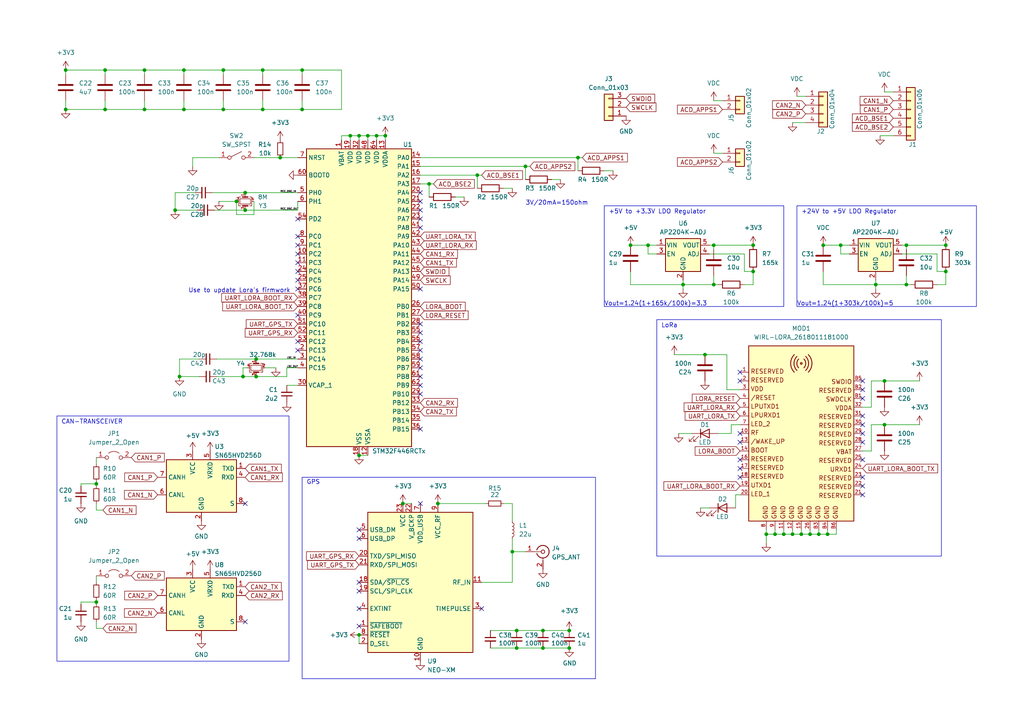
<source format=kicad_sch>
(kicad_sch (version 20230121) (generator eeschema)
  (paper "A4")
  (title_block (title "Control Board") (date "2025-05-23") (company "Formula Racing") (comment 1 "NCKU"))
  (junction (at 187.96 71.12))
  (junction (at 116.84 146.05))
  (junction (at 87.63 20.32))
  (junction (at 81.28 45.72))
  (junction (at 30.48 20.32))
  (junction (at 127 146.05))
  (junction (at 124.46 53.34))
  (junction (at 274.32 71.12))
  (junction (at 224.79 154.94))
  (junction (at 68.58 58.42))
  (junction (at 27.94 140.335))
  (junction (at 19.05 20.32))
  (junction (at 182.88 71.12))
  (junction (at 240.03 154.94))
  (junction (at 104.14 184.15))
  (junction (at 218.44 71.12))
  (junction (at 229.87 154.94))
  (junction (at 106.68 39.37))
  (junction (at 104.14 39.37))
  (junction (at 53.34 20.32))
  (junction (at 234.95 154.94))
  (junction (at 70.485 109.22))
  (junction (at 218.44 78.74))
  (junction (at 111.76 39.37))
  (junction (at 138.43 50.8))
  (junction (at 74.295 109.22))
  (junction (at 53.34 31.75))
  (junction (at 232.41 154.94))
  (junction (at 41.91 20.32))
  (junction (at 274.32 78.74))
  (junction (at 256.54 123.19))
  (junction (at 87.63 31.75))
  (junction (at 207.01 82.55))
  (junction (at 227.33 154.94))
  (junction (at 148.59 160.02))
  (junction (at 157.48 182.88))
  (junction (at 262.89 71.12))
  (junction (at 64.77 20.32))
  (junction (at 41.91 31.75))
  (junction (at 198.12 82.55))
  (junction (at 64.77 31.75))
  (junction (at 27.94 174.625))
  (junction (at 157.48 187.96))
  (junction (at 101.6 39.37))
  (junction (at 76.2 31.75))
  (junction (at 243.84 71.12))
  (junction (at 74.295 104.14))
  (junction (at 50.8 60.96))
  (junction (at 152.4 48.26))
  (junction (at 52.07 109.22))
  (junction (at 30.48 31.75))
  (junction (at 149.86 187.96))
  (junction (at 237.49 154.94))
  (junction (at 262.89 82.55))
  (junction (at 222.25 154.94))
  (junction (at 238.76 71.12))
  (junction (at 71.12 55.88))
  (junction (at 207.01 71.12))
  (junction (at 19.05 31.75))
  (junction (at 165.1 182.88))
  (junction (at 256.54 110.49))
  (junction (at 71.12 60.96))
  (junction (at 109.22 39.37))
  (junction (at 165.1 187.96))
  (junction (at 204.47 102.87))
  (junction (at 76.2 20.32))
  (junction (at 149.86 182.88))
  (junction (at 104.14 132.08))
  (junction (at 167.64 45.72))
  (junction (at 254 82.55))
  (no_connect (at 214.63 128.27))
  (no_connect (at 250.19 133.35))
  (no_connect (at 86.36 81.28))
  (no_connect (at 214.63 135.89))
  (no_connect (at 250.19 143.51))
  (no_connect (at 121.92 63.5))
  (no_connect (at 86.36 76.2))
  (no_connect (at 86.36 68.58))
  (no_connect (at 121.92 99.06))
  (no_connect (at 86.36 78.74))
  (no_connect (at 121.92 124.46))
  (no_connect (at 214.63 133.35))
  (no_connect (at 121.92 96.52))
  (no_connect (at 104.14 176.53))
  (no_connect (at 121.92 104.14))
  (no_connect (at 214.63 110.49))
  (no_connect (at 214.63 125.73))
  (no_connect (at 214.63 107.95))
  (no_connect (at 86.36 101.6))
  (no_connect (at 86.36 91.44))
  (no_connect (at 86.36 71.12))
  (no_connect (at 250.19 110.49))
  (no_connect (at 121.92 55.88))
  (no_connect (at 250.19 125.73))
  (no_connect (at 86.36 63.5))
  (no_connect (at 214.63 138.43))
  (no_connect (at 86.36 73.66))
  (no_connect (at 104.14 156.21))
  (no_connect (at 250.19 123.19))
  (no_connect (at 71.12 146.05))
  (no_connect (at 121.92 111.76))
  (no_connect (at 104.14 171.45))
  (no_connect (at 139.7 176.53))
  (no_connect (at 250.19 140.97))
  (no_connect (at 121.92 106.68))
  (no_connect (at 86.36 99.06))
  (no_connect (at 121.92 60.96))
  (no_connect (at 250.19 113.03))
  (no_connect (at 71.12 180.34))
  (no_connect (at 250.19 138.43))
  (no_connect (at 121.92 109.22))
  (no_connect (at 250.19 120.65))
  (no_connect (at 250.19 128.27))
  (no_connect (at 250.19 115.57))
  (no_connect (at 104.14 168.91))
  (no_connect (at 121.92 101.6))
  (no_connect (at 121.92 83.82))
  (no_connect (at 121.92 66.04))
  (no_connect (at 121.92 114.3))
  (no_connect (at 121.92 93.98))
  (no_connect (at 104.14 153.67))
  (no_connect (at 121.92 58.42))
  (no_connect (at 86.36 83.82))
  (no_connect (at 121.92 146.05))
  (no_connect (at 104.14 181.61))
  (wire (pts (xy 252.73 118.11) (xy 250.19 118.11)))
  (wire (pts (xy 101.6 39.37) (xy 104.14 39.37)))
  (wire (pts (xy 224.79 154.94) (xy 227.33 154.94)))
  (wire (pts (xy 29.845 147.955) (xy 27.94 147.955)))
  (wire (pts (xy 53.34 20.32) (xy 53.34 21.59)))
  (wire (pts (xy 262.89 71.12) (xy 262.89 72.39)))
  (wire (pts (xy 205.74 71.12) (xy 207.01 71.12)))
  (wire (pts (xy 30.48 31.75) (xy 41.91 31.75)))
  (wire (pts (xy 162.56 52.07) (xy 160.02 52.07)))
  (wire (pts (xy 240.03 153.67) (xy 240.03 154.94)))
  (wire (pts (xy 182.88 82.55) (xy 198.12 82.55)))
  (wire (pts (xy 53.34 20.32) (xy 41.91 20.32)))
  (wire (pts (xy 52.07 104.14) (xy 57.785 104.14)))
  (wire (pts (xy 19.05 31.75) (xy 30.48 31.75)))
  (wire (pts (xy 227.33 154.94) (xy 229.87 154.94)))
  (wire (pts (xy 73.66 45.72) (xy 81.28 45.72)))
  (wire (pts (xy 74.295 104.14) (xy 86.36 104.14)))
  (wire (pts (xy 255.27 39.37) (xy 259.08 39.37)))
  (wire (pts (xy 243.84 71.12) (xy 246.38 71.12)))
  (wire (pts (xy 121.92 45.72) (xy 167.64 45.72)))
  (wire (pts (xy 222.25 154.94) (xy 222.25 157.48)))
  (wire (pts (xy 266.7 123.19) (xy 256.54 123.19)))
  (wire (pts (xy 76.2 20.32) (xy 64.77 20.32)))
  (wire (pts (xy 104.14 184.15) (xy 104.14 186.69)))
  (wire (pts (xy 148.59 54.61) (xy 146.05 54.61)))
  (wire (pts (xy 215.9 82.55) (xy 218.44 82.55)))
  (wire (pts (xy 167.64 45.72) (xy 168.91 45.72)))
  (wire (pts (xy 207.01 82.55) (xy 208.28 82.55)))
  (wire (pts (xy 229.87 35.56) (xy 233.68 35.56)))
  (wire (pts (xy 19.05 20.32) (xy 30.48 20.32)))
  (wire (pts (xy 70.485 109.22) (xy 74.295 109.22)))
  (wire (pts (xy 229.87 153.67) (xy 229.87 154.94)))
  (wire (pts (xy 237.49 154.94) (xy 240.03 154.94)))
  (wire (pts (xy 27.94 139.7) (xy 27.94 140.335)))
  (wire (pts (xy 23.495 174.625) (xy 23.495 175.26)))
  (wire (pts (xy 71.12 60.96) (xy 86.36 60.96)))
  (wire (pts (xy 243.84 73.66) (xy 246.38 73.66)))
  (wire (pts (xy 55.88 45.72) (xy 63.5 45.72)))
  (wire (pts (xy 234.95 154.94) (xy 237.49 154.94)))
  (wire (pts (xy 271.78 78.74) (xy 274.32 78.74)))
  (wire (pts (xy 62.23 60.96) (xy 71.12 60.96)))
  (wire (pts (xy 87.63 31.75) (xy 87.63 29.21)))
  (wire (pts (xy 212.09 123.19) (xy 214.63 123.19)))
  (wire (pts (xy 124.46 53.34) (xy 121.92 53.34)))
  (wire (pts (xy 74.295 109.22) (xy 83.185 109.22)))
  (wire (pts (xy 232.41 153.67) (xy 232.41 154.94)))
  (wire (pts (xy 215.9 78.74) (xy 218.44 78.74)))
  (wire (pts (xy 27.94 140.335) (xy 27.94 140.97)))
  (wire (pts (xy 73.66 62.23) (xy 68.58 62.23)))
  (wire (pts (xy 109.22 39.37) (xy 109.22 40.64)))
  (wire (pts (xy 262.89 80.01) (xy 262.89 82.55)))
  (wire (pts (xy 222.25 154.94) (xy 224.79 154.94)))
  (wire (pts (xy 64.77 31.75) (xy 76.2 31.75)))
  (wire (pts (xy 266.7 110.49) (xy 256.54 110.49)))
  (wire (pts (xy 106.68 39.37) (xy 106.68 40.64)))
  (wire (pts (xy 262.89 71.12) (xy 274.32 71.12)))
  (wire (pts (xy 52.07 109.22) (xy 57.785 109.22)))
  (wire (pts (xy 142.24 187.96) (xy 149.86 187.96)))
  (wire (pts (xy 207.01 29.21) (xy 209.55 29.21)))
  (wire (pts (xy 124.46 57.15) (xy 124.46 53.34)))
  (wire (pts (xy 152.4 48.26) (xy 153.67 48.26)))
  (wire (pts (xy 27.94 167.005) (xy 27.94 168.91)))
  (wire (pts (xy 81.28 45.72) (xy 86.36 45.72)))
  (wire (pts (xy 238.76 78.74) (xy 238.76 82.55)))
  (wire (pts (xy 104.14 132.08) (xy 106.68 132.08)))
  (wire (pts (xy 116.84 146.05) (xy 119.38 146.05)))
  (wire (pts (xy 61.595 55.88) (xy 71.12 55.88)))
  (wire (pts (xy 218.44 78.74) (xy 218.44 82.55)))
  (wire (pts (xy 148.59 168.91) (xy 148.59 160.02)))
  (wire (pts (xy 50.8 60.96) (xy 57.15 60.96)))
  (wire (pts (xy 187.96 71.12) (xy 190.5 71.12)))
  (wire (pts (xy 213.36 147.32) (xy 213.36 143.51)))
  (wire (pts (xy 138.43 50.8) (xy 139.7 50.8)))
  (wire (pts (xy 252.73 110.49) (xy 252.73 118.11)))
  (wire (pts (xy 30.48 29.21) (xy 30.48 31.75)))
  (wire (pts (xy 167.64 49.53) (xy 167.64 45.72)))
  (wire (pts (xy 252.73 123.19) (xy 252.73 130.81)))
  (wire (pts (xy 76.2 31.75) (xy 87.63 31.75)))
  (wire (pts (xy 229.87 154.94) (xy 232.41 154.94)))
  (wire (pts (xy 64.77 20.32) (xy 64.77 21.59)))
  (wire (pts (xy 182.88 71.12) (xy 187.96 71.12)))
  (wire (pts (xy 215.9 73.66) (xy 215.9 78.74)))
  (wire (pts (xy 227.33 153.67) (xy 227.33 154.94)))
  (wire (pts (xy 125.73 53.34) (xy 124.46 53.34)))
  (wire (pts (xy 76.835 106.68) (xy 80.01 106.68)))
  (wire (pts (xy 274.32 78.74) (xy 274.32 82.55)))
  (wire (pts (xy 138.43 54.61) (xy 138.43 50.8)))
  (wire (pts (xy 41.91 29.21) (xy 41.91 31.75)))
  (wire (pts (xy 27.94 147.955) (xy 27.94 146.05)))
  (wire (pts (xy 99.06 40.64) (xy 99.06 39.37)))
  (wire (pts (xy 207.01 71.12) (xy 218.44 71.12)))
  (wire (pts (xy 127 146.05) (xy 140.97 146.05)))
  (wire (pts (xy 27.94 182.245) (xy 27.94 180.34)))
  (wire (pts (xy 207.01 80.01) (xy 207.01 82.55)))
  (wire (pts (xy 55.88 48.26) (xy 55.88 45.72)))
  (wire (pts (xy 19.05 29.21) (xy 19.05 31.75)))
  (wire (pts (xy 208.28 125.73) (xy 212.09 125.73)))
  (wire (pts (xy 149.86 182.88) (xy 157.48 182.88)))
  (wire (pts (xy 256.54 123.19) (xy 252.73 123.19)))
  (wire (pts (xy 148.59 160.02) (xy 152.4 160.02)))
  (wire (pts (xy 104.14 39.37) (xy 104.14 40.64)))
  (wire (pts (xy 73.66 58.42) (xy 73.66 62.23)))
  (wire (pts (xy 271.78 82.55) (xy 274.32 82.55)))
  (wire (pts (xy 30.48 20.32) (xy 30.48 21.59)))
  (wire (pts (xy 240.03 154.94) (xy 242.57 154.94)))
  (wire (pts (xy 148.59 156.21) (xy 148.59 160.02)))
  (wire (pts (xy 238.76 82.55) (xy 254 82.55)))
  (wire (pts (xy 152.4 52.07) (xy 152.4 48.26)))
  (wire (pts (xy 254 82.55) (xy 254 81.28)))
  (wire (pts (xy 27.94 132.715) (xy 27.94 134.62)))
  (wire (pts (xy 207.01 71.12) (xy 207.01 72.39)))
  (wire (pts (xy 62.865 109.22) (xy 70.485 109.22)))
  (wire (pts (xy 86.36 60.96) (xy 86.36 58.42)))
  (wire (pts (xy 104.14 39.37) (xy 106.68 39.37)))
  (wire (pts (xy 76.2 29.21) (xy 76.2 31.75)))
  (wire (pts (xy 232.41 154.94) (xy 234.95 154.94)))
  (wire (pts (xy 87.63 31.75) (xy 99.06 31.75)))
  (wire (pts (xy 41.91 20.32) (xy 30.48 20.32)))
  (wire (pts (xy 62.865 104.14) (xy 74.295 104.14)))
  (wire (pts (xy 83.185 111.76) (xy 86.36 111.76)))
  (wire (pts (xy 187.96 73.66) (xy 190.5 73.66)))
  (wire (pts (xy 157.48 182.88) (xy 165.1 182.88)))
  (wire (pts (xy 207.01 44.45) (xy 209.55 44.45)))
  (wire (pts (xy 212.09 125.73) (xy 212.09 123.19)))
  (wire (pts (xy 41.91 20.32) (xy 41.91 21.59)))
  (wire (pts (xy 87.63 20.32) (xy 76.2 20.32)))
  (wire (pts (xy 99.06 20.32) (xy 99.06 31.75)))
  (wire (pts (xy 50.8 60.96) (xy 50.8 55.88)))
  (wire (pts (xy 198.12 82.55) (xy 207.01 82.55)))
  (wire (pts (xy 52.07 109.22) (xy 52.07 104.14)))
  (wire (pts (xy 234.95 153.67) (xy 234.95 154.94)))
  (wire (pts (xy 177.8 49.53) (xy 175.26 49.53)))
  (wire (pts (xy 187.96 71.12) (xy 187.96 73.66)))
  (wire (pts (xy 224.79 153.67) (xy 224.79 154.94)))
  (wire (pts (xy 148.59 146.05) (xy 148.59 151.13)))
  (wire (pts (xy 196.85 125.73) (xy 200.66 125.73)))
  (wire (pts (xy 99.06 20.32) (xy 87.63 20.32)))
  (wire (pts (xy 41.91 31.75) (xy 53.34 31.75)))
  (wire (pts (xy 53.34 29.21) (xy 53.34 31.75)))
  (wire (pts (xy 71.755 106.68) (xy 70.485 106.68)))
  (wire (pts (xy 63.5 58.42) (xy 68.58 58.42)))
  (wire (pts (xy 213.36 143.51) (xy 214.63 143.51)))
  (wire (pts (xy 252.73 130.81) (xy 250.19 130.81)))
  (wire (pts (xy 237.49 153.67) (xy 237.49 154.94)))
  (wire (pts (xy 198.12 83.82) (xy 198.12 82.55)))
  (wire (pts (xy 23.495 140.335) (xy 27.94 140.335)))
  (wire (pts (xy 134.62 57.15) (xy 132.08 57.15)))
  (wire (pts (xy 64.77 29.21) (xy 64.77 31.75)))
  (wire (pts (xy 83.185 109.22) (xy 83.185 106.68)))
  (wire (pts (xy 182.88 78.74) (xy 182.88 82.55)))
  (wire (pts (xy 23.495 140.335) (xy 23.495 140.97)))
  (wire (pts (xy 76.2 20.32) (xy 76.2 21.59)))
  (wire (pts (xy 83.185 106.68) (xy 86.36 106.68)))
  (wire (pts (xy 71.12 55.88) (xy 86.36 55.88)))
  (wire (pts (xy 19.05 21.59) (xy 19.05 20.32)))
  (wire (pts (xy 64.77 20.32) (xy 53.34 20.32)))
  (wire (pts (xy 149.86 187.96) (xy 157.48 187.96)))
  (wire (pts (xy 254 82.55) (xy 262.89 82.55)))
  (wire (pts (xy 27.94 174.625) (xy 27.94 175.26)))
  (wire (pts (xy 50.8 55.88) (xy 56.515 55.88)))
  (wire (pts (xy 101.6 39.37) (xy 101.6 40.64)))
  (wire (pts (xy 27.94 173.99) (xy 27.94 174.625)))
  (wire (pts (xy 254 83.82) (xy 254 82.55)))
  (wire (pts (xy 261.62 73.66) (xy 271.78 73.66)))
  (wire (pts (xy 195.58 102.87) (xy 204.47 102.87)))
  (wire (pts (xy 157.48 187.96) (xy 165.1 187.96)))
  (wire (pts (xy 121.92 50.8) (xy 138.43 50.8)))
  (wire (pts (xy 142.24 182.88) (xy 149.86 182.88)))
  (wire (pts (xy 198.12 82.55) (xy 198.12 81.28)))
  (wire (pts (xy 204.47 102.87) (xy 210.82 102.87)))
  (wire (pts (xy 210.82 113.03) (xy 214.63 113.03)))
  (wire (pts (xy 203.2 147.32) (xy 205.74 147.32)))
  (wire (pts (xy 23.495 174.625) (xy 27.94 174.625)))
  (wire (pts (xy 70.485 106.68) (xy 70.485 109.22)))
  (wire (pts (xy 261.62 71.12) (xy 262.89 71.12)))
  (wire (pts (xy 205.74 73.66) (xy 215.9 73.66)))
  (wire (pts (xy 139.7 168.91) (xy 148.59 168.91)))
  (wire (pts (xy 111.76 39.37) (xy 111.76 40.64)))
  (wire (pts (xy 109.22 39.37) (xy 111.76 39.37)))
  (wire (pts (xy 243.84 71.12) (xy 243.84 73.66)))
  (wire (pts (xy 210.82 102.87) (xy 210.82 113.03)))
  (wire (pts (xy 222.25 153.67) (xy 222.25 154.94)))
  (wire (pts (xy 87.63 20.32) (xy 87.63 21.59)))
  (wire (pts (xy 262.89 82.55) (xy 264.16 82.55)))
  (wire (pts (xy 256.54 110.49) (xy 252.73 110.49)))
  (wire (pts (xy 146.05 146.05) (xy 148.59 146.05)))
  (wire (pts (xy 68.58 62.23) (xy 68.58 58.42)))
  (wire (pts (xy 99.06 39.37) (xy 101.6 39.37)))
  (wire (pts (xy 231.14 27.94) (xy 233.68 27.94)))
  (wire (pts (xy 271.78 73.66) (xy 271.78 78.74)))
  (wire (pts (xy 256.54 26.67) (xy 259.08 26.67)))
  (wire (pts (xy 53.34 31.75) (xy 64.77 31.75)))
  (wire (pts (xy 238.76 71.12) (xy 243.84 71.12)))
  (wire (pts (xy 121.92 48.26) (xy 152.4 48.26)))
  (wire (pts (xy 29.845 182.245) (xy 27.94 182.245)))
  (wire (pts (xy 106.68 39.37) (xy 109.22 39.37)))
  (wire (pts (xy 242.57 153.67) (xy 242.57 154.94)))
  (rectangle (start 87.63 138.43) (end 172.72 196.85))
  (rectangle (start 231.14 59.69) (end 283.21 88.9))
  (rectangle (start 16.51 120.65) (end 83.82 191.77))
  (rectangle (start 190.5 92.71) (end 273.05 161.29))
  (rectangle (start 175.26 59.69) (end 227.33 88.9))
  (text "Vout=1.24(1+165k/100k)=3.3" (at 175.26 88.9 0) (effects (font (size 1.27 1.27)) (justify left bottom)))
  (text "CAN-TRANSCEIVER" (at 17.78 123.19 0) (effects (font (size 1.27 1.27)) (justify left bottom)))
  (text "Vout=1.24(1+303k/100k)=5" (at 231.14 88.9 0) (effects (font (size 1.27 1.27)) (justify left bottom)))
  (text "3V/20mA=150ohm" (at 152.4 59.69 0) (effects (font (size 1.27 1.27)) (justify left bottom)))
  (text "GPS\n\n\n" (at 88.9 144.78 0) (effects (font (size 1.27 1.27)) (justify left bottom)))
  (text "Use to update Lora's firmwork" (at 54.61 85.09 0) (effects (font (size 1.27 1.27)) (justify left bottom)))
  (text "+24V to +5V LDO Regulator\n" (at 232.41 62.23 0) (effects (font (size 1.27 1.27)) (justify left bottom)))
  (text "+5V to +3.3V LDO Regulator\n" (at 176.53 62.23 0) (effects (font (size 1.27 1.27)) (justify left bottom)))
  (text "LoRa" (at 191.77 95.25 0) (effects (font (size 1.27 1.27)) (justify left bottom)))
  (label "LSE_OUT" (at 83.185 106.68 0) (effects (font (size 0.5 0.5))))
  (label "RCC_OSC_IN" (at 81.28 55.88 0) (effects (font (size 0.5 0.5))))
  (label "LSE_IN" (at 83.185 104.14 0) (effects (font (size 0.5 0.5))))
  (label "RCC_OSC_OUT" (at 81.28 60.96 0) (effects (font (size 0.5 0.5))))
  (global_label "LORA_BOOT" (shape input) (at 214.63 130.81 180) (property "Intersheetrefs" "${INTERSHEET_REFS}" (effects hide)))
  (global_label "LORA_RESET" (shape input) (at 214.63 115.57 180) (property "Intersheetrefs" "${INTERSHEET_REFS}" (effects hide)))
  (global_label "CAN2_N" (shape input) (at 45.72 177.8 180) (property "Intersheetrefs" "${INTERSHEET_REFS}" (effects hide)))
  (global_label "UART_GPS_RX" (shape input) (at 104.14 161.29 180) (property "Intersheetrefs" "${INTERSHEET_REFS}" (effects hide)))
  (global_label "CAN1_N" (shape input) (at 29.845 147.955 0) (property "Intersheetrefs" "${INTERSHEET_REFS}" (effects hide)))
  (global_label "SWDIO" (shape input) (at 181.61 28.575 0) (property "Intersheetrefs" "${INTERSHEET_REFS}" (effects hide)))
  (global_label "ACD_BSE2" (shape input) (at 259.08 36.83 180) (property "Intersheetrefs" "${INTERSHEET_REFS}" (effects hide)))
  (global_label "CAN2_TX" (shape input) (at 71.12 170.18 0) (property "Intersheetrefs" "${INTERSHEET_REFS}" (effects hide)))
  (global_label "CAN1_N" (shape input) (at 45.72 143.51 180) (property "Intersheetrefs" "${INTERSHEET_REFS}" (effects hide)))
  (global_label "CAN1_RX" (shape input) (at 121.92 73.66 0) (property "Intersheetrefs" "${INTERSHEET_REFS}" (effects hide)))
  (global_label "UART_GPS_TX" (shape input) (at 86.36 93.98 180) (property "Intersheetrefs" "${INTERSHEET_REFS}" (effects hide)))
  (global_label "CAN1_TX" (shape input) (at 71.12 135.89 0) (property "Intersheetrefs" "${INTERSHEET_REFS}" (effects hide)))
  (global_label "CAN2_P" (shape input) (at 233.68 33.02 180) (property "Intersheetrefs" "${INTERSHEET_REFS}" (effects hide)))
  (global_label "UART_LORA_BOOT_TX" (shape input) (at 250.19 135.89 0) (property "Intersheetrefs" "${INTERSHEET_REFS}" (effects hide)))
  (global_label "CAN1_TX" (shape input) (at 121.92 76.2 0) (property "Intersheetrefs" "${INTERSHEET_REFS}" (effects hide)))
  (global_label "CAN2_N" (shape input) (at 29.845 182.245 0) (property "Intersheetrefs" "${INTERSHEET_REFS}" (effects hide)))
  (global_label "CAN1_P" (shape input) (at 45.72 138.43 180) (property "Intersheetrefs" "${INTERSHEET_REFS}" (effects hide)))
  (global_label "UART_LORA_RX" (shape input) (at 214.63 118.11 180) (property "Intersheetrefs" "${INTERSHEET_REFS}" (effects hide)))
  (global_label "SWCLK" (shape input) (at 181.61 31.115 0) (property "Intersheetrefs" "${INTERSHEET_REFS}" (effects hide)))
  (global_label "CAN2_RX" (shape input) (at 71.12 172.72 0) (property "Intersheetrefs" "${INTERSHEET_REFS}" (effects hide)))
  (global_label "LORA_RESET" (shape input) (at 121.92 91.44 0) (property "Intersheetrefs" "${INTERSHEET_REFS}" (effects hide)))
  (global_label "SWCLK" (shape input) (at 121.92 81.28 0) (property "Intersheetrefs" "${INTERSHEET_REFS}" (effects hide)))
  (global_label "UART_LORA_TX" (shape input) (at 121.92 68.58 0) (property "Intersheetrefs" "${INTERSHEET_REFS}" (effects hide)))
  (global_label "UART_LORA_BOOT_TX" (shape input) (at 86.36 88.9 180) (property "Intersheetrefs" "${INTERSHEET_REFS}" (effects hide)))
  (global_label "CAN2_N" (shape input) (at 233.68 30.48 180) (property "Intersheetrefs" "${INTERSHEET_REFS}" (effects hide)))
  (global_label "UART_LORA_RX" (shape input) (at 121.92 71.12 0) (property "Intersheetrefs" "${INTERSHEET_REFS}" (effects hide)))
  (global_label "ACD_BSE1" (shape input) (at 139.7 50.8 0) (property "Intersheetrefs" "${INTERSHEET_REFS}" (effects hide)))
  (global_label "UART_LORA_TX" (shape input) (at 214.63 120.65 180) (property "Intersheetrefs" "${INTERSHEET_REFS}" (effects hide)))
  (global_label "CAN2_RX" (shape input) (at 121.92 116.84 0) (property "Intersheetrefs" "${INTERSHEET_REFS}" (effects hide)))
  (global_label "UART_LORA_BOOT_RX" (shape input) (at 86.36 86.36 180) (property "Intersheetrefs" "${INTERSHEET_REFS}" (effects hide)))
  (global_label "UART_GPS_RX" (shape input) (at 86.36 96.52 180) (property "Intersheetrefs" "${INTERSHEET_REFS}" (effects hide)))
  (global_label "CAN2_P" (shape input) (at 38.1 167.005 0) (property "Intersheetrefs" "${INTERSHEET_REFS}" (effects hide)))
  (global_label "SWDIO" (shape input) (at 121.92 78.74 0) (property "Intersheetrefs" "${INTERSHEET_REFS}" (effects hide)))
  (global_label "ACD_APPS1" (shape input) (at 168.91 45.72 0) (property "Intersheetrefs" "${INTERSHEET_REFS}" (effects hide)))
  (global_label "LORA_BOOT" (shape input) (at 121.92 88.9 0) (property "Intersheetrefs" "${INTERSHEET_REFS}" (effects hide)))
  (global_label "ACD_APPS1" (shape input) (at 209.55 31.75 180) (property "Intersheetrefs" "${INTERSHEET_REFS}" (effects hide)))
  (global_label "ACD_APPS2" (shape input) (at 209.55 46.99 180) (property "Intersheetrefs" "${INTERSHEET_REFS}" (effects hide)))
  (global_label "CAN1_P" (shape input) (at 259.08 31.75 180) (property "Intersheetrefs" "${INTERSHEET_REFS}" (effects hide)))
  (global_label "CAN2_P" (shape input) (at 45.72 172.72 180) (property "Intersheetrefs" "${INTERSHEET_REFS}" (effects hide)))
  (global_label "UART_GPS_TX" (shape input) (at 104.14 163.83 180) (property "Intersheetrefs" "${INTERSHEET_REFS}" (effects hide)))
  (global_label "CAN1_RX" (shape input) (at 71.12 138.43 0) (property "Intersheetrefs" "${INTERSHEET_REFS}" (effects hide)))
  (global_label "ACD_BSE1" (shape input) (at 259.08 34.29 180) (property "Intersheetrefs" "${INTERSHEET_REFS}" (effects hide)))
  (global_label "CAN2_TX" (shape input) (at 121.92 119.38 0) (property "Intersheetrefs" "${INTERSHEET_REFS}" (effects hide)))
  (global_label "ACD_APPS2" (shape input) (at 153.67 48.26 0) (property "Intersheetrefs" "${INTERSHEET_REFS}" (effects hide)))
  (global_label "CAN1_N" (shape input) (at 259.08 29.21 180) (property "Intersheetrefs" "${INTERSHEET_REFS}" (effects hide)))
  (global_label "CAN1_P" (shape input) (at 38.1 132.715 0) (property "Intersheetrefs" "${INTERSHEET_REFS}" (effects hide)))
  (global_label "ACD_BSE2" (shape input) (at 125.73 53.34 0) (property "Intersheetrefs" "${INTERSHEET_REFS}" (effects hide)))
  (global_label "UART_LORA_BOOT_RX" (shape input) (at 214.63 140.97 180) (property "Intersheetrefs" "${INTERSHEET_REFS}" (effects hide)))
  (symbol (lib_id "Device:Crystal_GND24_Small") (at 71.12 58.42 270) (unit 1)
    (property "Reference" "Y3" (at 76.2 59.69 90))
    (property "Value" "8M" (at 76.2 57.15 90))
    (property "Footprint" "Crystal:Crystal_SMD_SeikoEpson_FA238-4Pin_3.2x2.5mm" (effects hide))
  )
  (symbol (lib_id "Connector_Generic:Conn_01x03") (at 176.53 31.115 180) (unit 1)
    (property "Reference" "J3" (at 176.53 22.86 0))
    (property "Value" "Conn_01x03" (at 176.53 25.4 0))
    (property "Footprint" "Connector_PinHeader_2.54mm:PinHeader_1x03_P2.54mm_Vertical" (effects hide))
  )
  (symbol (lib_id "power:GND") (at 181.61 33.655 0) (unit 1)
    (property "Reference" "#PWR029" (effects hide))
    (property "Value" "GND" (at 181.61 38.1 0))
  )
  (symbol (lib_id "Connector_Generic:Conn_01x02") (at 214.63 44.45 0) (unit 1)
    (property "Reference" "J6" (at 212.09 48.26 90) (effects (justify right)))
    (property "Value" "Conn_01x02" (at 217.17 40.64 90) (effects (justify right)))
    (property "Footprint" "Connector_JST:JST_XH_B2B-XH-A_1x02_P2.50mm_Vertical" (effects hide))
  )
  (symbol (lib_id "power:+3V3") (at 266.7 123.19 0) (unit 1)
    (property "Reference" "#PWR034" (effects hide))
    (property "Value" "+3V3" (at 266.7 118.11 0))
  )
  (symbol (lib_id "Device:L_Small") (at 148.59 153.67 0) (unit 1)
    (property "Reference" "L1" (at 150.495 152.3999 0) (effects (justify left)))
    (property "Value" "22u" (at 150.495 154.9399 0) (effects (justify left)))
    (property "Footprint" "Inductor_SMD:L_0805_2012Metric" (effects hide))
  )
  (symbol (lib_id "Device:R_Small") (at 27.94 137.16 0) (unit 1)
    (property "Reference" "R10" (at 29.845 135.89 0) (effects (justify left)))
    (property "Value" "60R" (at 29.845 138.43 0) (effects (justify left)))
    (property "Footprint" "Resistor_SMD:R_0603_1608Metric" (effects hide))
  )
  (symbol (lib_id "power:+5V") (at 182.88 71.12 0) (unit 1)
    (property "Reference" "#PWR047" (effects hide))
    (property "Value" "+5V" (at 182.88 66.04 0))
  )
  (symbol (lib_id "Device:C_Small") (at 165.1 185.42 0) (unit 1)
    (property "Reference" "C41" (at 167.4368 184.2516 0) (effects (justify left)))
    (property "Value" "1u" (at 167.4368 186.563 0) (effects (justify left)))
    (property "Footprint" "Capacitor_SMD:C_0603_1608Metric" (effects hide))
  )
  (symbol (lib_id "Device:R") (at 267.97 82.55 90) (unit 1)
    (property "Reference" "R8" (at 267.97 85.09 90))
    (property "Value" "100k" (at 267.97 87.63 90))
    (property "Footprint" "Resistor_SMD:R_0603_1608Metric" (effects hide))
  )
  (symbol (lib_id "WIRL-LORA_2618011181000:WIRL-LORA_2618011181000") (at 232.41 125.73 0) (unit 1)
    (property "Reference" "MOD1" (at 232.41 95.25 0))
    (property "Value" "WIRL-LORA_2618011181000" (at 232.41 97.79 0))
    (property "Footprint" "WIRL-LORA_2618011181000:WE-FP-8" (effects hide))
    (property "MF" "Wurth Elektronik" (effects hide))
    (property "Description" "ID 0018DA 008A 000000 - FFFFFF RF protocol: LoRa-WAN 868 MHz smart antenna configuration (RF pin or UMRF connector) with RF shield, 16 mm x15 mm x 3 mm" (effects hide))
    (property "Package" "None" (effects hide))
    (property "Price" "None" (effects hide))
    (property "SnapEDA_Link" "https://www.snapeda.com/parts/2618011181000/Wurth+Electronics/view-part/?ref=snap" (effects hide))
    (property "MP" "2618011181000" (effects hide))
    (property "Availability" "Not in stock" (effects hide))
    (property "Check_prices" "https://www.snapeda.com/parts/2618011181000/Wurth+Electronics/view-part/?ref=eda" (effects hide))
  )
  (symbol (lib_id "Device:C") (at 19.05 25.4 0) (unit 1)
    (property "Reference" "C22" (at 22.86 24.13 0) (effects (justify left)))
    (property "Value" "4u7" (at 22.86 26.67 0) (effects (justify left)))
    (property "Footprint" "Capacitor_SMD:C_0805_2012Metric" (effects hide))
  )
  (symbol (lib_id "power:+3V3") (at 116.84 146.05 0) (unit 1)
    (property "Reference" "#PWR057" (effects hide))
    (property "Value" "+3V3" (at 116.84 140.97 0))
  )
  (symbol (lib_id "Device:R") (at 128.27 57.15 90) (mirror x) (unit 1)
    (property "Reference" "R1" (at 125.73 59.69 90))
    (property "Value" "150R" (at 130.81 59.69 90))
    (property "Footprint" "Resistor_SMD:R_0603_1608Metric" (effects hide))
  )
  (symbol (lib_id "power:GND") (at 229.87 35.56 0) (unit 1)
    (property "Reference" "#PWR027" (effects hide))
    (property "Value" "GND" (effects hide))
  )
  (symbol (lib_id "Connector_Generic:Conn_01x02") (at 214.63 29.21 0) (unit 1)
    (property "Reference" "J5" (at 212.09 33.02 90) (effects (justify right)))
    (property "Value" "Conn_01x02" (at 217.17 25.4 90) (effects (justify right)))
    (property "Footprint" "Connector_JST:JST_XH_B2B-XH-A_1x02_P2.50mm_Vertical" (effects hide))
  )
  (symbol (lib_id "power:+3V3") (at 111.76 39.37 0) (unit 1)
    (property "Reference" "#PWR041" (effects hide))
    (property "Value" "+3V3" (at 111.76 34.29 0))
  )
  (symbol (lib_id "power:VDC") (at 256.54 26.67 0) (mirror y) (unit 1)
    (property "Reference" "#PWR011" (effects hide))
    (property "Value" "VDC" (at 256.54 21.59 0))
  )
  (symbol (lib_id "MCU_ST_STM32F4:STM32F446RCTx") (at 104.14 86.36 0) (unit 1)
    (property "Reference" "U1" (at 116.84 41.91 0) (effects (justify left)))
    (property "Value" "STM32F446RCTx" (at 107.95 130.81 0) (effects (justify left)))
    (property "Footprint" "Package_QFP:LQFP-64_10x10mm_P0.5mm" (effects hide))
    (property "Datasheet" "https://www.st.com/resource/en/datasheet/stm32f446rc.pdf" (effects hide))
  )
  (symbol (lib_id "power:GND") (at 80.01 106.68 0) (unit 1)
    (property "Reference" "#PWR040" (effects hide))
    (property "Value" "GND" (effects hide))
  )
  (symbol (lib_id "Switch:SW_SPST") (at 68.58 45.72 0) (unit 1)
    (property "Reference" "SW2" (at 68.58 39.37 0))
    (property "Value" "SW_SPST" (at 68.58 41.91 0))
    (property "Footprint" "Button_Switch_SMD:SW_SPST_FSMSM" (effects hide))
  )
  (symbol (lib_id "Jumper:Jumper_2_Open") (at 33.02 132.715 0) (unit 1)
    (property "Reference" "JP1" (at 33.02 125.73 0))
    (property "Value" "Jumper_2_Open" (at 33.02 128.27 0))
    (property "Footprint" "PCM_Jumper_AKL:Jumper_P2.54mm_D0.7mm" (effects hide))
  )
  (symbol (lib_id "Interface_CAN_LIN:SN65HVD256D") (at 58.42 140.97 0) (mirror y) (unit 1)
    (property "Reference" "U3" (at 62.23 129.54 0) (effects (justify right)))
    (property "Value" "SN65HVD256D" (at 62.23 132.08 0) (effects (justify right)))
    (property "Footprint" "Package_SO:SOIC-8_3.9x4.9mm_P1.27mm" (effects hide))
    (property "Datasheet" "https://www.ti.com/lit/ds/symlink/sn65hvd257.pdf" (effects hide))
  )
  (symbol (lib_id "Device:C") (at 30.48 25.4 0) (unit 1)
    (property "Reference" "C23" (at 34.29 24.13 0) (effects (justify left)))
    (property "Value" "100n" (at 34.29 26.67 0) (effects (justify left)))
    (property "Footprint" "Capacitor_SMD:C_0402_1005Metric" (effects hide))
  )
  (symbol (lib_id "Device:LED") (at 204.47 125.73 0) (unit 1)
    (property "Reference" "D1" (at 204.47 123.19 0))
    (property "Value" "LED" (at 204.47 128.27 0))
    (property "Footprint" "LED_SMD:LED_0805_2012Metric" (effects hide))
  )
  (symbol (lib_id "power:GND") (at 177.8 49.53 0) (unit 1)
    (property "Reference" "#PWR08" (effects hide))
    (property "Value" "GND" (effects hide))
  )
  (symbol (lib_id "Device:C") (at 64.77 25.4 0) (unit 1)
    (property "Reference" "C35" (at 68.58 24.13 0) (effects (justify left)))
    (property "Value" "100n" (at 68.58 26.67 0) (effects (justify left)))
    (property "Footprint" "Capacitor_SMD:C_0402_1005Metric" (effects hide))
  )
  (symbol (lib_id "power:+3V3") (at 104.14 184.15 90) (unit 1)
    (property "Reference" "#PWR042" (effects hide))
    (property "Value" "+3V3" (at 100.965 184.15 90) (effects (justify left)))
  )
  (symbol (lib_id "Device:C") (at 256.54 127 0) (mirror x) (unit 1)
    (property "Reference" "C25" (at 260.35 128.27 0) (effects (justify left)))
    (property "Value" "100n" (at 260.35 125.73 0) (effects (justify left)))
    (property "Footprint" "Capacitor_SMD:C_0402_1005Metric" (effects hide))
  )
  (symbol (lib_id "power:GND") (at 52.07 109.22 0) (unit 1)
    (property "Reference" "#PWR039" (effects hide))
    (property "Value" "GND" (at 52.07 114.3 0))
  )
  (symbol (lib_id "Regulator_Linear:AP2204K-ADJ") (at 254 73.66 0) (unit 1)
    (property "Reference" "U7" (at 254 64.77 0))
    (property "Value" "AP2204K-ADJ" (at 254 67.31 0))
    (property "Footprint" "Package_TO_SOT_SMD:SOT-23-5" (effects hide))
    (property "Datasheet" "https://www.diodes.com/assets/Datasheets/AP2204.pdf" (effects hide))
  )
  (symbol (lib_id "power:GND") (at 203.2 147.32 0) (mirror y) (unit 1)
    (property "Reference" "#PWR02" (effects hide))
    (property "Value" "GND" (effects hide))
  )
  (symbol (lib_id "Jumper:Jumper_2_Open") (at 33.02 167.005 0) (unit 1)
    (property "Reference" "JP2" (at 33.02 160.02 0))
    (property "Value" "Jumper_2_Open" (at 33.02 162.56 0))
    (property "Footprint" "PCM_Jumper_AKL:Jumper_P2.54mm_D0.7mm" (effects hide))
  )
  (symbol (lib_id "power:GND") (at 50.8 60.96 0) (unit 1)
    (property "Reference" "#PWR024" (effects hide))
    (property "Value" "GND" (effects hide))
  )
  (symbol (lib_id "power:GND") (at 55.88 48.26 0) (unit 1)
    (property "Reference" "#PWR022" (effects hide))
    (property "Value" "GND" (effects hide))
  )
  (symbol (lib_id "Device:C_Small") (at 59.055 55.88 270) (unit 1)
    (property "Reference" "C27" (at 55.88 57.15 90))
    (property "Value" "20p" (at 55.88 54.61 90))
    (property "Footprint" "Capacitor_SMD:C_0603_1608Metric" (effects hide))
  )
  (symbol (lib_id "Device:C") (at 238.76 74.93 0) (unit 1)
    (property "Reference" "C31" (at 232.41 73.66 0) (effects (justify left)))
    (property "Value" "1u" (at 232.41 76.2 0) (effects (justify left)))
    (property "Footprint" "Capacitor_SMD:C_0603_1608Metric" (effects hide))
  )
  (symbol (lib_id "Device:C_Small") (at 157.48 185.42 0) (unit 1)
    (property "Reference" "C40" (at 159.8168 184.2516 0) (effects (justify left)))
    (property "Value" "100n" (at 159.8168 186.563 0) (effects (justify left)))
    (property "Footprint" "Capacitor_SMD:C_0603_1608Metric" (effects hide))
  )
  (symbol (lib_id "Connector_Generic:Conn_01x04") (at 238.76 30.48 0) (unit 1)
    (property "Reference" "J2" (at 236.855 38.1 0) (effects (justify left)))
    (property "Value" "Conn_01x04" (at 241.3 37.465 90) (effects (justify left)))
    (property "Footprint" "Connector_JST:JST_XH_B4B-XH-A_1x04_P2.50mm_Vertical" (effects hide))
  )
  (symbol (lib_id "power:GND") (at 104.14 132.08 0) (unit 1)
    (property "Reference" "#PWR012" (effects hide))
    (property "Value" "GND" (effects hide))
  )
  (symbol (lib_id "Device:R") (at 218.44 74.93 0) (unit 1)
    (property "Reference" "R7" (at 220.98 73.66 0) (effects (justify left)))
    (property "Value" "165k" (at 220.98 76.2 0) (effects (justify left)))
    (property "Footprint" "Resistor_SMD:R_0603_1608Metric" (effects hide))
  )
  (symbol (lib_id "power:GND") (at 121.92 191.77 0) (unit 1)
    (property "Reference" "#PWR058" (effects hide))
    (property "Value" "GND" (effects hide))
  )
  (symbol (lib_id "Device:R") (at 142.24 54.61 90) (mirror x) (unit 1)
    (property "Reference" "R2" (at 139.7 57.15 90))
    (property "Value" "150R" (at 144.78 57.15 90))
    (property "Footprint" "Resistor_SMD:R_0603_1608Metric" (effects hide))
  )
  (symbol (lib_id "Device:C") (at 76.2 25.4 0) (unit 1)
    (property "Reference" "C36" (at 80.01 24.13 0) (effects (justify left)))
    (property "Value" "100n" (at 80.01 26.67 0) (effects (justify left)))
    (property "Footprint" "Capacitor_SMD:C_0402_1005Metric" (effects hide))
  )
  (symbol (lib_id "Device:LED") (at 209.55 147.32 0) (unit 1)
    (property "Reference" "D2" (at 209.55 144.78 0))
    (property "Value" "LED" (at 209.55 149.86 0))
    (property "Footprint" "LED_SMD:LED_0805_2012Metric" (effects hide))
  )
  (symbol (lib_id "power:+5V") (at 55.88 165.1 0) (unit 1)
    (property "Reference" "#PWR020" (effects hide))
    (property "Value" "+5V" (at 55.88 160.655 0))
  )
  (symbol (lib_id "power:GND") (at 86.36 50.8 270) (unit 1)
    (property "Reference" "#PWR04" (effects hide))
    (property "Value" "GND" (effects hide))
  )
  (symbol (lib_id "Device:R") (at 212.09 82.55 90) (unit 1)
    (property "Reference" "R6" (at 212.09 85.09 90))
    (property "Value" "100k" (at 212.09 87.63 90))
    (property "Footprint" "Resistor_SMD:R_0603_1608Metric" (effects hide))
  )
  (symbol (lib_id "power:GND") (at 148.59 54.61 0) (mirror y) (unit 1)
    (property "Reference" "#PWR06" (effects hide))
    (property "Value" "GND" (effects hide))
  )
  (symbol (lib_id "Device:R_Small") (at 143.51 146.05 90) (unit 1)
    (property "Reference" "R15" (at 143.51 141.605 90))
    (property "Value" "22" (at 143.51 143.51 90))
    (property "Footprint" "Resistor_SMD:R_0603_1608Metric" (effects hide))
  )
  (symbol (lib_id "RF_GPS:NEO-M8M") (at 121.92 168.91 0) (unit 1)
    (property "Reference" "U9" (at 123.9394 191.77 0) (effects (justify left)))
    (property "Value" "NEO-XM" (at 123.9394 194.31 0) (effects (justify left)))
    (property "Footprint" "RF_GPS:ublox_NEO" (effects hide))
    (property "Datasheet" "https://www.u-blox.com/sites/default/files/NEO-M8-FW3_DataSheet_%28UBX-15031086%29.pdf" (effects hide))
  )
  (symbol (lib_id "power:GND") (at 165.1 187.96 0) (unit 1)
    (property "Reference" "#PWR055" (effects hide))
    (property "Value" "GND" (at 165.227 192.3542 0))
  )
  (symbol (lib_id "power:GND") (at 196.85 125.73 0) (mirror y) (unit 1)
    (property "Reference" "#PWR01" (effects hide))
    (property "Value" "GND" (effects hide))
  )
  (symbol (lib_id "power:GND") (at 63.5 58.42 0) (unit 1)
    (property "Reference" "#PWR025" (effects hide))
    (property "Value" "GND" (effects hide))
  )
  (symbol (lib_id "Device:R") (at 274.32 74.93 0) (unit 1)
    (property "Reference" "R9" (at 276.86 73.66 0) (effects (justify left)))
    (property "Value" "303k" (at 276.86 76.2 0) (effects (justify left)))
    (property "Footprint" "Resistor_SMD:R_0603_1608Metric" (effects hide))
  )
  (symbol (lib_id "power:+5V") (at 274.32 71.12 0) (unit 1)
    (property "Reference" "#PWR052" (effects hide))
    (property "Value" "+5V" (at 274.32 67.31 0))
  )
  (symbol (lib_id "power:GND") (at 58.42 151.13 0) (unit 1)
    (property "Reference" "#PWR017" (effects hide))
    (property "Value" "GND" (at 58.42 155.575 0))
  )
  (symbol (lib_id "Device:C_Small") (at 60.325 104.14 270) (unit 1)
    (property "Reference" "C42" (at 57.15 105.41 90))
    (property "Value" "20p" (at 57.785 102.87 90))
    (property "Footprint" "Capacitor_SMD:C_0603_1608Metric" (effects hide))
  )
  (symbol (lib_id "power:VDC") (at 231.14 27.94 0) (mirror y) (unit 1)
    (property "Reference" "#PWR010" (effects hide))
    (property "Value" "VDC" (at 231.14 22.86 0))
  )
  (symbol (lib_id "power:+3V3") (at 218.44 71.12 0) (unit 1)
    (property "Reference" "#PWR038" (effects hide))
    (property "Value" "+3V3" (at 218.44 66.04 0))
  )
  (symbol (lib_id "Device:R_Small") (at 27.94 143.51 0) (unit 1)
    (property "Reference" "R11" (at 29.845 142.24 0) (effects (justify left)))
    (property "Value" "60R" (at 29.845 144.78 0) (effects (justify left)))
    (property "Footprint" "Resistor_SMD:R_0603_1608Metric" (effects hide))
  )
  (symbol (lib_id "Device:C") (at 182.88 74.93 0) (unit 1)
    (property "Reference" "C29" (at 176.53 73.66 0) (effects (justify left)))
    (property "Value" "1u" (at 176.53 76.2 0) (effects (justify left)))
    (property "Footprint" "Capacitor_SMD:C_0603_1608Metric" (effects hide))
  )
  (symbol (lib_id "Device:R") (at 171.45 49.53 90) (mirror x) (unit 1)
    (property "Reference" "R4" (at 168.91 52.07 90))
    (property "Value" "150R" (at 173.99 52.07 90))
    (property "Footprint" "Resistor_SMD:R_0603_1608Metric" (effects hide))
  )
  (symbol (lib_id "Device:R") (at 156.21 52.07 90) (mirror x) (unit 1)
    (property "Reference" "R3" (at 153.67 54.61 90))
    (property "Value" "150R" (at 158.75 54.61 90))
    (property "Footprint" "Resistor_SMD:R_0603_1608Metric" (effects hide))
  )
  (symbol (lib_id "power:+3V3") (at 195.58 102.87 0) (unit 1)
    (property "Reference" "#PWR032" (effects hide))
    (property "Value" "+3V3" (at 195.58 97.79 0))
  )
  (symbol (lib_id "power:GND") (at 254 83.82 0) (unit 1)
    (property "Reference" "#PWR051" (effects hide))
    (property "Value" "GND" (effects hide))
  )
  (symbol (lib_id "power:+3V3") (at 266.7 110.49 0) (unit 1)
    (property "Reference" "#PWR037" (effects hide))
    (property "Value" "+3V3" (at 266.7 105.41 0))
  )
  (symbol (lib_id "power:+3V3") (at 81.28 40.64 0) (unit 1)
    (property "Reference" "#PWR023" (effects hide))
    (property "Value" "+3V3" (at 81.28 35.56 0))
  )
  (symbol (lib_id "power:GND") (at 222.25 157.48 0) (unit 1)
    (property "Reference" "#PWR031" (effects hide))
    (property "Value" "GND" (effects hide))
  )
  (symbol (lib_id "Device:C_Small") (at 23.495 177.8 0) (mirror y) (unit 1)
    (property "Reference" "C21" (at 20.955 176.5363 0) (effects (justify left)))
    (property "Value" "1u" (at 20.955 179.0763 0) (effects (justify left)))
    (property "Footprint" "Capacitor_SMD:C_0603_1608Metric" (effects hide))
  )
  (symbol (lib_id "Device:C_Small") (at 59.69 60.96 270) (unit 1)
    (property "Reference" "C28" (at 57.15 62.23 90))
    (property "Value" "20p" (at 57.15 59.69 90))
    (property "Footprint" "Capacitor_SMD:C_0603_1608Metric" (effects hide))
  )
  (symbol (lib_id "Device:C") (at 53.34 25.4 0) (unit 1)
    (property "Reference" "C34" (at 57.15 24.13 0) (effects (justify left)))
    (property "Value" "100n" (at 57.15 26.67 0) (effects (justify left)))
    (property "Footprint" "Capacitor_SMD:C_0402_1005Metric" (effects hide))
  )
  (symbol (lib_id "Connector_Generic:Conn_01x06") (at 264.16 31.75 0) (unit 1)
    (property "Reference" "J1" (at 263.525 41.91 0) (effects (justify left)))
    (property "Value" "Conn_01x06" (at 266.7 37.465 90) (effects (justify left)))
    (property "Footprint" "Connector_JST:JST_XH_B6B-XH-A_1x06_P2.50mm_Vertical" (effects hide))
  )
  (symbol (lib_id "power:+3V3") (at 60.96 165.1 0) (unit 1)
    (property "Reference" "#PWR030" (effects hide))
    (property "Value" "+3V3" (at 60.96 160.02 0))
  )
  (symbol (lib_id "power:VDC") (at 238.76 71.12 0) (unit 1)
    (property "Reference" "#PWR03" (effects hide))
    (property "Value" "VDC" (at 238.76 66.04 0))
  )
  (symbol (lib_id "Device:C_Small") (at 149.86 185.42 0) (unit 1)
    (property "Reference" "C39" (at 152.1968 184.2516 0) (effects (justify left)))
    (property "Value" "100n" (at 152.1968 186.563 0) (effects (justify left)))
    (property "Footprint" "Capacitor_SMD:C_0603_1608Metric" (effects hide))
  )
  (symbol (lib_id "power:GND") (at 19.05 31.75 0) (unit 1)
    (property "Reference" "#PWR021" (effects hide))
    (property "Value" "GND" (effects hide))
  )
  (symbol (lib_id "power:+3V3") (at 19.05 20.32 0) (unit 1)
    (property "Reference" "#PWR014" (effects hide))
    (property "Value" "+3V3" (at 19.05 15.24 0))
  )
  (symbol (lib_id "Device:R_Small") (at 27.94 171.45 0) (unit 1)
    (property "Reference" "R12" (at 29.845 170.18 0) (effects (justify left)))
    (property "Value" "60R" (at 29.845 172.72 0) (effects (justify left)))
    (property "Footprint" "Resistor_SMD:R_0603_1608Metric" (effects hide))
  )
  (symbol (lib_id "power:GND") (at 134.62 57.15 0) (mirror y) (unit 1)
    (property "Reference" "#PWR05" (effects hide))
    (property "Value" "GND" (effects hide))
  )
  (symbol (lib_id "power:VDC") (at 207.01 29.21 0) (mirror y) (unit 1)
    (property "Reference" "#PWR049" (effects hide))
    (property "Value" "VDC" (at 207.01 24.13 0))
  )
  (symbol (lib_id "power:GND") (at 58.42 185.42 0) (unit 1)
    (property "Reference" "#PWR053" (effects hide))
    (property "Value" "GND" (at 58.42 189.865 0))
  )
  (symbol (lib_id "Device:C") (at 41.91 25.4 0) (unit 1)
    (property "Reference" "C33" (at 45.72 24.13 0) (effects (justify left)))
    (property "Value" "100n" (at 45.72 26.67 0) (effects (justify left)))
    (property "Footprint" "Capacitor_SMD:C_0402_1005Metric" (effects hide))
  )
  (symbol (lib_id "power:GND") (at 83.185 116.84 0) (unit 1)
    (property "Reference" "#PWR043" (effects hide))
    (property "Value" "GND" (effects hide))
  )
  (symbol (lib_id "Device:R_Small") (at 81.28 43.18 0) (unit 1)
    (property "Reference" "R14" (at 78.74 41.91 0) (effects (justify right)))
    (property "Value" "10k" (at 78.74 44.45 0) (effects (justify right)))
    (property "Footprint" "Resistor_SMD:R_0603_1608Metric" (effects hide))
  )
  (symbol (lib_id "power:VDC") (at 207.01 44.45 0) (mirror y) (unit 1)
    (property "Reference" "#PWR045" (effects hide))
    (property "Value" "VDC" (at 207.01 39.37 0))
  )
  (symbol (lib_id "power:GND") (at 23.495 146.05 0) (unit 1)
    (property "Reference" "#PWR015" (effects hide))
    (property "Value" "GND" (at 23.495 151.13 0))
  )
  (symbol (lib_id "Device:C_Small") (at 23.495 143.51 0) (mirror y) (unit 1)
    (property "Reference" "C20" (at 20.955 142.2463 0) (effects (justify left)))
    (property "Value" "1u" (at 20.955 144.7863 0) (effects (justify left)))
    (property "Footprint" "Capacitor_SMD:C_0603_1608Metric" (effects hide))
  )
  (symbol (lib_id "power:GND") (at 162.56 52.07 0) (unit 1)
    (property "Reference" "#PWR07" (effects hide))
    (property "Value" "GND" (effects hide))
  )
  (symbol (lib_id "power:+3V3") (at 165.1 182.88 0) (unit 1)
    (property "Reference" "#PWR026" (effects hide))
    (property "Value" "+3V3" (at 165.1 177.165 0))
  )
  (symbol (lib_id "Device:C_Small") (at 142.24 185.42 0) (unit 1)
    (property "Reference" "C38" (at 144.5768 184.2516 0) (effects (justify left)))
    (property "Value" "100n" (at 144.5768 186.563 0) (effects (justify left)))
    (property "Footprint" "Capacitor_SMD:C_0603_1608Metric" (effects hide))
  )
  (symbol (lib_id "power:GND") (at 198.12 83.82 0) (unit 1)
    (property "Reference" "#PWR048" (effects hide))
    (property "Value" "GND" (effects hide))
  )
  (symbol (lib_id "Regulator_Linear:AP2204K-ADJ") (at 198.12 73.66 0) (unit 1)
    (property "Reference" "U6" (at 198.12 64.77 0))
    (property "Value" "AP2204K-ADJ" (at 198.12 67.31 0))
    (property "Footprint" "Package_TO_SOT_SMD:SOT-23-5" (effects hide))
    (property "Datasheet" "https://www.diodes.com/assets/Datasheets/AP2204.pdf" (effects hide))
  )
  (symbol (lib_id "Device:C_Small") (at 60.325 109.22 270) (unit 1)
    (property "Reference" "C43" (at 63.5 110.49 90))
    (property "Value" "20p" (at 63.5 107.95 90))
    (property "Footprint" "Capacitor_SMD:C_0603_1608Metric" (effects hide))
  )
  (symbol (lib_id "Connector:Conn_Coaxial") (at 157.48 160.02 0) (unit 1)
    (property "Reference" "J4" (at 160.02 159.0431 0) (effects (justify left)))
    (property "Value" "GPS_ANT" (at 160.02 161.5831 0) (effects (justify left)))
    (property "Footprint" "Connector_Coaxial:U.FL_Hirose_U.FL-R-SMT-1_Vertical" (effects hide))
    (property "Datasheet" " ~" (effects hide))
  )
  (symbol (lib_id "Device:R_Small") (at 27.94 177.8 0) (unit 1)
    (property "Reference" "R13" (at 29.845 176.53 0) (effects (justify left)))
    (property "Value" "60R" (at 29.845 179.07 0) (effects (justify left)))
    (property "Footprint" "Resistor_SMD:R_0603_1608Metric" (effects hide))
  )
  (symbol (lib_id "Device:C") (at 207.01 76.2 0) (unit 1)
    (property "Reference" "C30" (at 210.82 74.93 0) (effects (justify left)))
    (property "Value" "10u" (at 210.82 77.47 0) (effects (justify left)))
    (property "Footprint" "Capacitor_SMD:C_0805_2012Metric" (effects hide))
  )
  (symbol (lib_id "power:+3V3") (at 127 146.05 0) (unit 1)
    (property "Reference" "#PWR059" (effects hide))
    (property "Value" "+3V3" (at 127 140.97 0))
  )
  (symbol (lib_id "power:GND") (at 23.495 180.34 0) (unit 1)
    (property "Reference" "#PWR019" (effects hide))
    (property "Value" "GND" (at 23.495 185.42 0))
  )
  (symbol (lib_id "power:+5V") (at 55.88 130.81 0) (unit 1)
    (property "Reference" "#PWR016" (effects hide))
    (property "Value" "+5V" (at 55.88 126.365 0))
  )
  (symbol (lib_id "Device:C") (at 204.47 106.68 180) (unit 1)
    (property "Reference" "C24" (at 200.66 107.95 0) (effects (justify left)))
    (property "Value" "100n" (at 200.66 105.41 0) (effects (justify left)))
    (property "Footprint" "Capacitor_SMD:C_0402_1005Metric" (effects hide))
  )
  (symbol (lib_id "Device:Crystal_GND24_Small") (at 74.295 106.68 90) (mirror x) (unit 1)
    (property "Reference" "Y4" (at 69.85 105.41 90))
    (property "Value" "32.768k" (at 76.2 102.87 90))
    (property "Footprint" "Crystal:Crystal_SMD_SeikoEpson_FA238-4Pin_3.2x2.5mm" (effects hide))
  )
  (symbol (lib_id "Device:C") (at 87.63 25.4 0) (unit 1)
    (property "Reference" "C37" (at 91.44 24.13 0) (effects (justify left)))
    (property "Value" "100n" (at 91.44 26.67 0) (effects (justify left)))
    (property "Footprint" "Capacitor_SMD:C_0402_1005Metric" (effects hide))
  )
  (symbol (lib_id "power:GND") (at 255.27 39.37 0) (unit 1)
    (property "Reference" "#PWR09" (effects hide))
    (property "Value" "GND" (effects hide))
  )
  (symbol (lib_id "Device:C") (at 262.89 76.2 0) (unit 1)
    (property "Reference" "C32" (at 266.7 74.93 0) (effects (justify left)))
    (property "Value" "10u" (at 266.7 77.47 0) (effects (justify left)))
    (property "Footprint" "Capacitor_SMD:C_0805_2012Metric" (effects hide))
  )
  (symbol (lib_id "Device:C") (at 256.54 114.3 0) (mirror x) (unit 1)
    (property "Reference" "C26" (at 260.35 115.57 0) (effects (justify left)))
    (property "Value" "100n" (at 260.35 113.03 0) (effects (justify left)))
    (property "Footprint" "Capacitor_SMD:C_0402_1005Metric" (effects hide))
  )
  (symbol (lib_id "power:GND") (at 256.54 118.11 0) (unit 1)
    (property "Reference" "#PWR036" (effects hide))
    (property "Value" "GND" (effects hide))
  )
  (symbol (lib_id "power:GND") (at 157.48 165.1 0) (unit 1)
    (property "Reference" "#PWR060" (effects hide))
    (property "Value" "GND" (at 157.48 169.545 0))
  )
  (symbol (lib_id "power:GND") (at 204.47 110.49 0) (mirror y) (unit 1)
    (property "Reference" "#PWR033" (effects hide))
    (property "Value" "GND" (effects hide))
  )
  (symbol (lib_id "Device:C_Small") (at 83.185 114.3 0) (mirror x) (unit 1)
    (property "Reference" "C1" (at 80.645 113.0236 0) (effects (justify right)))
    (property "Value" "2u2" (at 80.645 115.5636 0) (effects (justify right)))
    (property "Footprint" "Capacitor_SMD:C_0805_2012Metric" (effects hide))
  )
  (symbol (lib_id "power:+3V3") (at 60.96 130.81 0) (unit 1)
    (property "Reference" "#PWR018" (effects hide))
    (property "Value" "+3V3" (at 60.96 125.73 0))
  )
  (symbol (lib_id "power:GND") (at 256.54 130.81 0) (unit 1)
    (property "Reference" "#PWR035" (effects hide))
    (property "Value" "GND" (effects hide))
  )
  (symbol (lib_id "Interface_CAN_LIN:SN65HVD256D") (at 58.42 175.26 0) (mirror y) (unit 1)
    (property "Reference" "U8" (at 62.23 163.83 0) (effects (justify right)))
    (property "Value" "SN65HVD256D" (at 62.23 166.37 0) (effects (justify right)))
    (property "Footprint" "Package_SO:SOIC-8_3.9x4.9mm_P1.27mm" (effects hide))
    (property "Datasheet" "https://www.ti.com/lit/ds/symlink/sn65hvd257.pdf" (effects hide))
  )
)
</source>
